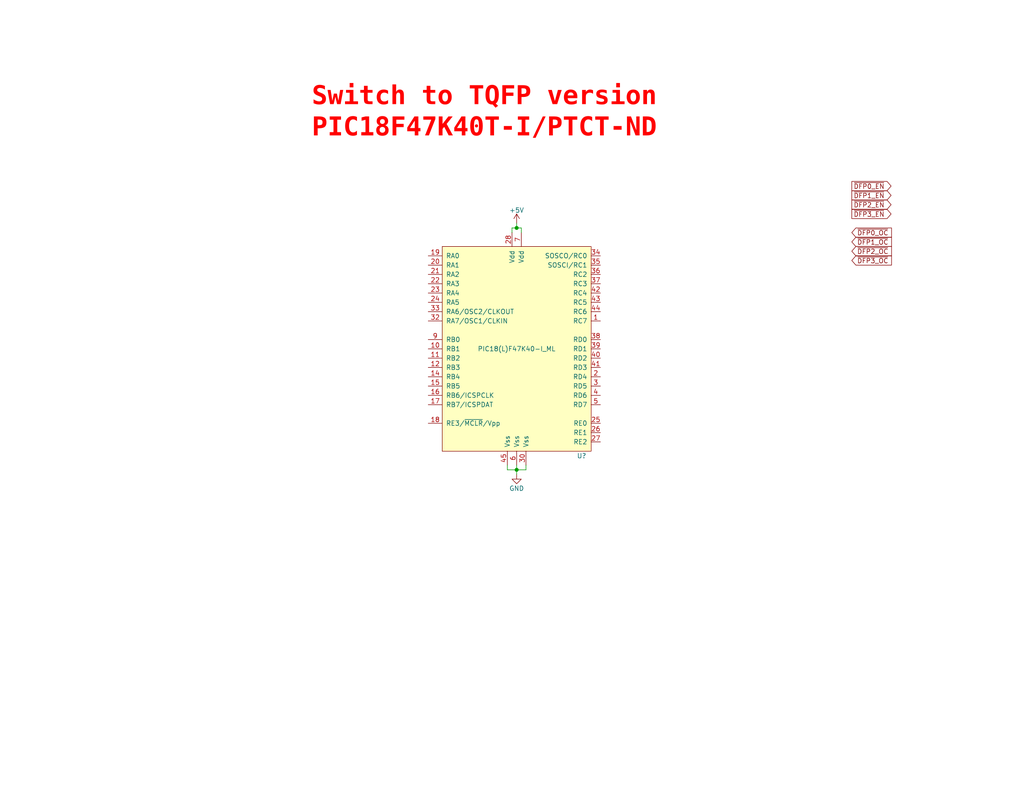
<source format=kicad_sch>
(kicad_sch (version 20230121) (generator eeschema)
  (paper "A")
  (lib_symbols
    (symbol "Custom Library:PIC18(L)F47K40-I_ML" (pin_names (offset 1.016))
      (property "Reference" "U" (at 19.05 -29.21 0))
      (property "Value" "PIC18(L)F47K40-I_ML" (at 0 0 0))
      (symbol "PIC18(L)F47K40-I_ML_0_1"
        (rectangle (start -20.32 27.94) (end 20.32 -27.94) (fill (type background)))
      )
      (symbol "PIC18(L)F47K40-I_ML_1_1"
        (pin bidirectional line (at 22.86 7.62 180) (length 2.54) (name "RC7") (number "1"))
        (pin bidirectional line (at -24.13 0 0) (length 3.81) (name "RB1") (number "10"))
        (pin bidirectional line (at -24.13 -2.54 0) (length 3.81) (name "RB2") (number "11"))
        (pin bidirectional line (at -24.13 -5.08 0) (length 3.81) (name "RB3") (number "12"))
        (pin no_connect line (at -7.62 -30.48 90) (length 2.54) hide (name "NC") (number "13"))
        (pin bidirectional line (at -24.13 -7.62 0) (length 3.81) (name "RB4") (number "14"))
        (pin bidirectional line (at -24.13 -10.16 0) (length 3.81) (name "RB5") (number "15"))
        (pin bidirectional line (at -24.13 -12.7 0) (length 3.81) (name "RB6/ICSPCLK") (number "16"))
        (pin bidirectional line (at -24.13 -15.24 0) (length 3.81) (name "RB7/ICSPDAT") (number "17"))
        (pin bidirectional line (at -24.13 -20.32 0) (length 3.81) (name "RE3/~{MCLR}/Vpp") (number "18"))
        (pin bidirectional line (at -24.13 25.4 0) (length 3.81) (name "RA0") (number "19"))
        (pin bidirectional line (at 22.86 -7.62 180) (length 2.54) (name "RD4") (number "2"))
        (pin bidirectional line (at -24.13 22.86 0) (length 3.81) (name "RA1") (number "20"))
        (pin bidirectional line (at -24.13 20.32 0) (length 3.81) (name "RA2") (number "21"))
        (pin bidirectional line (at -24.13 17.78 0) (length 3.81) (name "RA3") (number "22"))
        (pin bidirectional line (at -24.13 15.24 0) (length 3.81) (name "RA4") (number "23"))
        (pin bidirectional line (at -24.13 12.7 0) (length 3.81) (name "RA5") (number "24"))
        (pin bidirectional line (at 22.86 -20.32 180) (length 2.54) (name "RE0") (number "25"))
        (pin bidirectional line (at 22.86 -22.86 180) (length 2.54) (name "RE1") (number "26"))
        (pin bidirectional line (at 22.86 -25.4 180) (length 2.54) (name "RE2") (number "27"))
        (pin power_in line (at -1.27 31.75 270) (length 3.81) (name "Vdd") (number "28"))
        (pin no_connect line (at -5.08 -30.48 90) (length 2.54) hide (name "NC") (number "29"))
        (pin bidirectional line (at 22.86 -10.16 180) (length 2.54) (name "RD5") (number "3"))
        (pin power_in line (at 2.54 -31.75 90) (length 3.81) (name "Vss") (number "30"))
        (pin no_connect line (at -12.7 -30.48 90) (length 2.54) hide (name "NC") (number "31"))
        (pin input line (at -24.13 7.62 0) (length 3.81) (name "RA7/OSC1/CLKIN") (number "32"))
        (pin input line (at -24.13 10.16 0) (length 3.81) (name "RA6/OSC2/CLKOUT") (number "33"))
        (pin bidirectional line (at 22.86 25.4 180) (length 2.54) (name "SOSCO/RC0") (number "34"))
        (pin bidirectional line (at 22.86 22.86 180) (length 2.54) (name "SOSCI/RC1") (number "35"))
        (pin bidirectional line (at 22.86 20.32 180) (length 2.54) (name "RC2") (number "36"))
        (pin bidirectional line (at 22.86 17.78 180) (length 2.54) (name "RC3") (number "37"))
        (pin bidirectional line (at 22.86 2.54 180) (length 2.54) (name "RD0") (number "38"))
        (pin bidirectional line (at 22.86 0 180) (length 2.54) (name "RD1") (number "39"))
        (pin bidirectional line (at 22.86 -12.7 180) (length 2.54) (name "RD6") (number "4"))
        (pin bidirectional line (at 22.86 -2.54 180) (length 2.54) (name "RD2") (number "40"))
        (pin bidirectional line (at 22.86 -5.08 180) (length 2.54) (name "RD3") (number "41"))
        (pin bidirectional line (at 22.86 15.24 180) (length 2.54) (name "RC4") (number "42"))
        (pin bidirectional line (at 22.86 12.7 180) (length 2.54) (name "RC5") (number "43"))
        (pin bidirectional line (at 22.86 10.16 180) (length 2.54) (name "RC6") (number "44"))
        (pin power_in line (at -2.54 -31.75 90) (length 3.81) (name "Vss") (number "45"))
        (pin bidirectional line (at 22.86 -15.24 180) (length 2.54) (name "RD7") (number "5"))
        (pin power_in line (at 0 -31.75 90) (length 3.81) (name "Vss") (number "6"))
        (pin power_in line (at 1.27 31.75 270) (length 3.81) (name "Vdd") (number "7"))
        (pin no_connect line (at -10.16 -30.48 90) (length 2.54) hide (name "NC") (number "8"))
        (pin bidirectional line (at -24.13 2.54 0) (length 3.81) (name "RB0") (number "9"))
      )
    )
    (symbol "power:+5V" (power) (pin_names (offset 0))
      (property "Value" "+5V" (at 0 3.556 0))
      (symbol "+5V_0_1"
        (polyline (pts (xy -0.762 1.27) (xy 0 2.54)))
        (polyline (pts (xy 0 0) (xy 0 2.54)))
        (polyline (pts (xy 0 2.54) (xy 0.762 1.27)))
      )
      (symbol "+5V_1_1"
        (pin power_in line (at 0 0 90) (length 0) hide (name "+5V") (number "1"))
      )
    )
    (symbol "power:GND" (power) (pin_names (offset 0))
      (property "Value" "GND" (at 0 -3.81 0))
      (symbol "GND_0_1"
        (polyline (pts (xy 0 0) (xy 0 -1.27) (xy 1.27 -1.27) (xy 0 -2.54) (xy -1.27 -1.27) (xy 0 -1.27)))
      )
      (symbol "GND_1_1"
        (pin power_in line (at 0 0 270) (length 0) hide (name "GND") (number "1"))
      )
    )
  )
  (junction (at 140.97 128.27))
  (junction (at 140.97 62.23))
  (wire (pts (xy 140.97 128.27) (xy 143.51 128.27)))
  (wire (pts (xy 138.43 127) (xy 138.43 128.27)))
  (wire (pts (xy 140.97 62.23) (xy 142.24 62.23)))
  (wire (pts (xy 140.97 60.96) (xy 140.97 62.23)))
  (wire (pts (xy 140.97 128.27) (xy 140.97 129.54)))
  (wire (pts (xy 140.97 62.23) (xy 139.7 62.23)))
  (wire (pts (xy 142.24 62.23) (xy 142.24 63.5)))
  (wire (pts (xy 140.97 127) (xy 140.97 128.27)))
  (wire (pts (xy 139.7 62.23) (xy 139.7 63.5)))
  (wire (pts (xy 143.51 127) (xy 143.51 128.27)))
  (wire (pts (xy 138.43 128.27) (xy 140.97 128.27)))
  (text "Switch to TQFP version\nPIC18F47K40T-I/PTCT-ND" (at 85.09 39.37 0) (effects (font (size 5.08 5.08) (thickness 1.016) bold) (justify left bottom)))
  (global_label "~{DFP0_OC}" (shape input) (at 232.41 63.5 0) (property "Intersheetrefs" "${INTERSHEET_REFS}" (effects hide)))
  (global_label "~{DFP2_OC}" (shape input) (at 232.41 68.58 0) (property "Intersheetrefs" "${INTERSHEET_REFS}" (effects hide)))
  (global_label "~{DFP3_OC}" (shape input) (at 232.41 71.12 0) (property "Intersheetrefs" "${INTERSHEET_REFS}" (effects hide)))
  (global_label "~{DFP1_EN}" (shape output) (at 232.41 53.34 0) (property "Intersheetrefs" "${INTERSHEET_REFS}" (effects hide)))
  (global_label "~{DFP1_OC}" (shape input) (at 232.41 66.04 0) (property "Intersheetrefs" "${INTERSHEET_REFS}" (effects hide)))
  (global_label "~{DFP2_EN}" (shape output) (at 232.41 55.88 0) (property "Intersheetrefs" "${INTERSHEET_REFS}" (effects hide)))
  (global_label "~{DFP3_EN}" (shape output) (at 232.41 58.42 0) (property "Intersheetrefs" "${INTERSHEET_REFS}" (effects hide)))
  (global_label "~{DFP0_EN}" (shape output) (at 232.41 50.8 0) (property "Intersheetrefs" "${INTERSHEET_REFS}" (effects hide)))
  (symbol (lib_id "power:GND") (at 140.97 129.54 0) (unit 1)
    (property "Reference" "#PWR0701" (effects hide))
    (property "Value" "GND" (at 140.97 133.35 0))
  )
  (symbol (lib_id "power:+5V") (at 140.97 60.96 0) (unit 1)
    (property "Reference" "#PWR0702" (effects hide))
    (property "Value" "+5V" (at 140.97 57.404 0))
  )
  (symbol (lib_id "Custom Library:PIC18(L)F47K40-I_ML") (at 140.97 95.25 0) (unit 1)
    (property "Reference" "U?" (at 160.02 124.46 0) (effects (justify right)))
    (property "Value" "PIC18(L)F47K40-I_ML" (at 140.97 95.25 0))
    (property "Footprint" "Housings_DFN_QFN:QFN-44-1EP_8x8mm_Pitch0.65mm" (effects hide))
    (property "Digi-Key PN" "PIC18LF47K40-I/ML-ND" (effects hide))
  )
)
</source>
